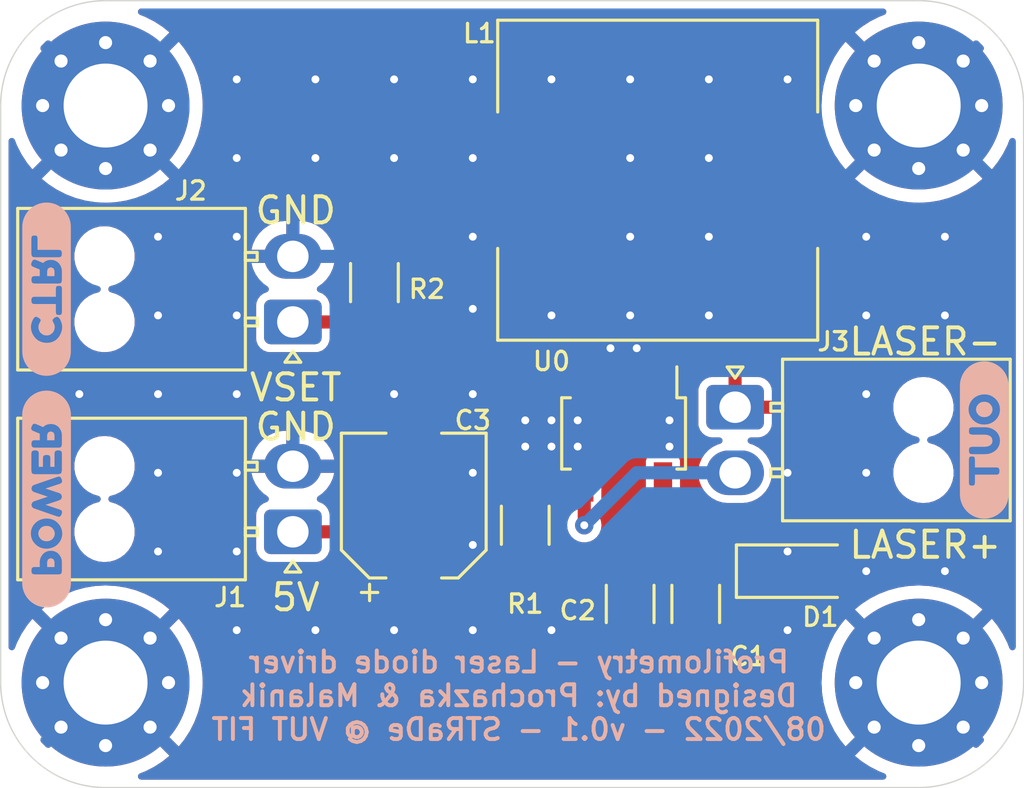
<source format=kicad_pcb>
(kicad_pcb (version 20211014) (generator pcbnew)
  (title_block (title "Laser Driver") (date "2022-08-29") (rev "1") (company "Adam Prochazka VUT FIT"))
  (layers (0 "F.Cu" signal) (31 "B.Cu" power) (34 "B.Paste" user) (35 "F.Paste" user) (36 "B.SilkS" user "B.Silkscreen") (37 "F.SilkS" user "F.Silkscreen") (38 "B.Mask" user) (39 "F.Mask" user) (44 "Edge.Cuts" user))
  (net 0 "")
  (net 1 "+5V")
  (net 2 "GND")
  (net 3 "/VSET")
  (net 4 "/ISENSE")
  (net 5 "Net-(D1-Pad2)")
  (net 6 "Net-(L1-Pad1)")
  (footprint "Capacitor_SMD:C_1206_3216Metric_Pad1.33x1.80mm_HandSolder" (layer "F.Cu") (at 149 93 -90)
    (fp_text reference "C2" (at 0.25 2 -180) (layer "F.SilkS") (effects (font (size 0.7 0.7) (thickness 0.125))))
    (fp_text value "100nF" hide)
    (fp_line (start -0.711252 0.91) (end 0.711252 0.91) (layer "F.SilkS") (width 0.12))
    (fp_line (start -0.711252 -0.91) (end 0.711252 -0.91) (layer "F.SilkS") (width 0.12))
    (pad "1" smd roundrect (at -1.5625 0 270) (size 1.325 1.8) (layers "F.Cu" "F.Paste" "F.Mask") (roundrect_rratio 0.188679) (net 1 "+5V"))
    (pad "2" smd roundrect (at 1.5625 0 270) (size 1.325 1.8) (layers "F.Cu" "F.Paste" "F.Mask") (roundrect_rratio 0.188679) (net 2 "GND"))
  )
  (footprint "Diode_SMD:D_SOD-123F" (layer "F.Cu") (at 155.25 91.75)
    (fp_text reference "D1" (at 1 1.75 180) (layer "F.SilkS") (effects (font (size 0.7 0.7) (thickness 0.125))))
    (fp_text value "D_Schottky" hide)
    (fp_line (start -2.2 -1) (end 1.65 -1) (layer "F.SilkS") (width 0.12))
    (fp_line (start -2.2 1) (end 1.65 1) (layer "F.SilkS") (width 0.12))
    (fp_line (start -2.2 -1) (end -2.2 1) (layer "F.SilkS") (width 0.12))
    (pad "1" smd rect (at -1.4 0) (size 1.1 1.1) (layers "F.Cu" "F.Paste" "F.Mask") (net 1 "+5V"))
    (pad "2" smd rect (at 1.4 0) (size 1.1 1.1) (layers "F.Cu" "F.Paste" "F.Mask") (net 5 "Net-(D1-Pad2)"))
  )
  (footprint "Capacitor_SMD:C_1206_3216Metric_Pad1.33x1.80mm_HandSolder" (layer "F.Cu") (at 151.5 93 -90)
    (fp_text reference "C1" (at 2 -2 180) (layer "F.SilkS") (effects (font (size 0.7 0.7) (thickness 0.125))))
    (fp_text value "10uF" hide)
    (fp_line (start -0.711252 0.91) (end 0.711252 0.91) (layer "F.SilkS") (width 0.12))
    (fp_line (start -0.711252 -0.91) (end 0.711252 -0.91) (layer "F.SilkS") (width 0.12))
    (pad "1" smd roundrect (at -1.5625 0 270) (size 1.325 1.8) (layers "F.Cu" "F.Paste" "F.Mask") (roundrect_rratio 0.188679) (net 1 "+5V"))
    (pad "2" smd roundrect (at 1.5625 0 270) (size 1.325 1.8) (layers "F.Cu" "F.Paste" "F.Mask") (roundrect_rratio 0.188679) (net 2 "GND"))
  )
  (footprint "Connector_Molex:Molex_Nano-Fit_105313-xx02_1x02_P2.50mm_Horizontal" (layer "F.Cu") (at 136.14 90.25 180)
    (fp_text reference "J1" (at 2.39 -2.5) (layer "F.SilkS") (effects (font (size 0.7 0.7) (thickness 0.125))))
    (fp_text value "POWER" hide)
    (fp_line (start 1.36 2.65) (end 1.81 2.65) (layer "F.SilkS") (width 0.12))
    (fp_line (start 1.36 2.35) (end 1.36 2.65) (layer "F.SilkS") (width 0.12))
    (fp_line (start 1.36 0.15) (end 1.81 0.15) (layer "F.SilkS") (width 0.12))
    (fp_line (start 1.81 2.35) (end 1.36 2.35) (layer "F.SilkS") (width 0.12))
    (fp_line (start 1.81 -0.15) (end 1.36 -0.15) (layer "F.SilkS") (width 0.12))
    (fp_line (start 1.81 4.33) (end 10.49 4.33) (layer "F.SilkS") (width 0.12))
    (fp_line (start 10.49 4.33) (end 10.49 -1.83) (layer "F.SilkS") (width 0.12))
    (fp_line (start 1.36 -0.15) (end 1.36 0.15) (layer "F.SilkS") (width 0.12))
    (fp_line (start 0.3 -1.534264) (end -0.3 -1.534264) (layer "F.SilkS") (width 0.12))
    (fp_line (start 1.81 2.65) (end 1.81 2.35) (layer "F.SilkS") (width 0.12))
    (fp_line (start 0 -1.11) (end 0.3 -1.534264) (layer "F.SilkS") (width 0.12))
    (fp_line (start 1.81 0.15) (end 1.81 -0.15) (layer "F.SilkS") (width 0.12))
    (fp_line (start -0.3 -1.534264) (end 0 -1.11) (layer "F.SilkS") (width 0.12))
    (fp_line (start 1.81 -1.83) (end 1.81 4.33) (layer "F.SilkS") (width 0.12))
    (fp_line (start 10.49 -1.83) (end 1.81 -1.83) (layer "F.SilkS") (width 0.12))
    (pad "" np_thru_hole circle (at 7.18 2.5 180) (size 1.7 1.7) (drill 1.7) (layers *.Cu *.Mask))
    (pad "" np_thru_hole circle (at 7.18 0 180) (size 1.7 1.7) (drill 1.7) (layers *.Cu *.Mask))
    (pad "1" thru_hole roundrect (at 0 0 180) (size 2.2 1.7) (drill 1.2) (layers *.Cu *.Mask) (roundrect_rratio 0.147059) (net 1 "+5V"))
    (pad "2" thru_hole oval (at 0 2.5 180) (size 2.2 1.7) (drill 1.2) (layers *.Cu *.Mask) (net 2 "GND"))
  )
  (footprint "MountingHole:MountingHole_3.2mm_M3_Pad_Via" (layer "F.Cu") (at 129 96)
    (fp_text reference "H2" hide)
    (fp_text value "M3" hide)
    (pad "1" thru_hole circle (at 0 2.4) (size 0.8 0.8) (drill 0.5) (layers *.Cu *.Mask) (net 2 "GND"))
    (pad "1" thru_hole circle (at -2.4 0) (size 0.8 0.8) (drill 0.5) (layers *.Cu *.Mask) (net 2 "GND"))
    (pad "1" thru_hole circle (at 0 0) (size 6.4 6.4) (drill 3.2) (layers *.Cu *.Mask) (net 2 "GND"))
    (pad "1" thru_hole circle (at -1.697056 1.697056) (size 0.8 0.8) (drill 0.5) (layers *.Cu *.Mask) (net 2 "GND"))
    (pad "1" thru_hole circle (at 1.697056 1.697056) (size 0.8 0.8) (drill 0.5) (layers *.Cu *.Mask) (net 2 "GND"))
    (pad "1" thru_hole circle (at -1.697056 -1.697056) (size 0.8 0.8) (drill 0.5) (layers *.Cu *.Mask) (net 2 "GND"))
    (pad "1" thru_hole circle (at 2.4 0) (size 0.8 0.8) (drill 0.5) (layers *.Cu *.Mask) (net 2 "GND"))
    (pad "1" thru_hole circle (at 1.697056 -1.697056) (size 0.8 0.8) (drill 0.5) (layers *.Cu *.Mask) (net 2 "GND"))
    (pad "1" thru_hole circle (at 0 -2.4) (size 0.8 0.8) (drill 0.5) (layers *.Cu *.Mask) (net 2 "GND"))
  )
  (footprint "Resistor_SMD:R_1206_3216Metric_Pad1.30x1.75mm_HandSolder" (layer "F.Cu") (at 145 90 90)
    (fp_text reference "R1" (at -3 0 180) (layer "F.SilkS") (effects (font (size 0.7 0.7) (thickness 0.125))))
    (fp_text value "1.4R" hide)
    (fp_line (start -0.727064 -0.91) (end 0.727064 -0.91) (layer "F.SilkS") (width 0.12))
    (fp_line (start -0.727064 0.91) (end 0.727064 0.91) (layer "F.SilkS") (width 0.12))
    (pad "1" smd roundrect (at -1.55 0 90) (size 1.3 1.75) (layers "F.Cu" "F.Paste" "F.Mask") (roundrect_rratio 0.192308) (net 1 "+5V"))
    (pad "2" smd roundrect (at 1.55 0 90) (size 1.3 1.75) (layers "F.Cu" "F.Paste" "F.Mask") (roundrect_rratio 0.192308) (net 4 "/ISENSE"))
  )
  (footprint "Custom:4800S" (layer "F.Cu") (at 143.95 70.745 180)
    (fp_text reference "L1" (at 0.7 -0.505 unlocked) (layer "F.SilkS") (effects (font (size 0.7 0.7) (thickness 0.125))))
    (fp_text value "33uH" hide)
    (fp_line (start -12.2 -12.2) (end 0 -12.2) (layer "F.SilkS") (width 0.12))
    (fp_line (start -12.2 0) (end -12.2 -3.5) (layer "F.SilkS") (width 0.12))
    (fp_line (start 0 -12.2) (end 0 -8.7) (layer "F.SilkS") (width 0.12))
    (fp_line (start 0 0) (end 0 -3.5) (layer "F.SilkS") (width 0.12))
    (fp_line (start -12.2 -12.2) (end -12.2 -8.7) (layer "F.SilkS") (width 0.12))
    (fp_line (start 0 0) (end -12.2 0) (layer "F.SilkS") (width 0.12))
    (pad "1" smd roundrect (at -1.15 -6.1 180) (size 2.9 5) (layers "F.Cu" "F.Paste" "F.Mask") (net 6 "Net-(L1-Pad1)"))
    (pad "2" smd roundrect (at -10.95 -6.1 180) (size 2.9 5) (layers "F.Cu" "F.Paste" "F.Mask") (net 5 "Net-(D1-Pad2)"))
  )
  (footprint "Package_TO_SOT_SMD:SOT-89-5" (layer "F.Cu") (at 148.75 86.5 -90)
    (fp_text reference "U0" (at -2.75 2.75 180) (layer "F.SilkS") (effects (font (size 0.7 0.7) (thickness 0.125))))
    (fp_text value "AL8861Y-13" hide)
    (fp_line (start -1.36 -2.36) (end 1.36 -2.36) (layer "F.SilkS") (width 0.12))
    (fp_line (start -1.36 -2.36) (end -1.36 -2.03) (layer "F.SilkS") (width 0.12))
    (fp_line (start -1.36 2.36) (end -1.36 2.03) (layer "F.SilkS") (width 0.12))
    (fp_line (start -2.54 -2.03) (end -1.36 -2.03) (layer "F.SilkS") (width 0.12))
    (fp_line (start 1.36 2.36) (end -1.36 2.36) (layer "F.SilkS") (width 0.12))
    (fp_line (start 1.36 2.03) (end 1.36 2.36) (layer "F.SilkS") (width 0.12))
    (fp_line (start 1.36 -2.36) (end 1.36 -2.03) (layer "F.SilkS") (width 0.12))
    (pad "1" smd rect (at -1.85 -1.5 270) (size 1.5 0.7) (layers "F.Cu" "F.Paste" "F.Mask") (net 6 "Net-(L1-Pad1)"))
    (pad "2" smd custom (at 0 0 270) (size 0.8 2) (layers "F.Cu" "F.Paste" "F.Mask") (net 2 "GND") (options (clearance outline) (anchor rect)) (primitives (gr_poly (pts (xy 0.9 -0.5) (xy 2.6 -0.5) (xy 2.6 0.5) (xy 0.9 0.5) (xy 0.4 1) (xy -0.4 1) (xy -0.9 0.5) (xy -2.6 0.5) (xy -2.6 -0.5) (xy -0.9 -0.5) (xy -0.4 -1) (xy 0.4 -1)) (width 0) (fill yes))))
    (pad "3" smd rect (at -1.85 1.5 270) (size 1.5 0.7) (layers "F.Cu" "F.Paste" "F.Mask") (net 3 "/VSET"))
    (pad "4" smd rect (at 1.85 1.5 270) (size 1.5 0.7) (layers "F.Cu" "F.Paste" "F.Mask") (net 4 "/ISENSE"))
    (pad "5" smd rect (at 1.85 -1.5 270) (size 1.5 0.7) (layers "F.Cu" "F.Paste" "F.Mask") (net 1 "+5V"))
  )
  (footprint "MountingHole:MountingHole_3.2mm_M3_Pad_Via" (layer "F.Cu") (at 160 96)
    (fp_text reference "H3" hide)
    (fp_text value "M3" hide)
    (pad "1" thru_hole circle (at -2.4 0) (size 0.8 0.8) (drill 0.5) (layers *.Cu *.Mask) (net 2 "GND"))
    (pad "1" thru_hole circle (at 0 0) (size 6.4 6.4) (drill 3.2) (layers *.Cu *.Mask) (net 2 "GND"))
    (pad "1" thru_hole circle (at -1.697056 -1.697056) (size 0.8 0.8) (drill 0.5) (layers *.Cu *.Mask) (net 2 "GND"))
    (pad "1" thru_hole circle (at 0 2.4) (size 0.8 0.8) (drill 0.5) (layers *.Cu *.Mask) (net 2 "GND"))
    (pad "1" thru_hole circle (at 2.4 0) (size 0.8 0.8) (drill 0.5) (layers *.Cu *.Mask) (net 2 "GND"))
    (pad "1" thru_hole circle (at -1.697056 1.697056) (size 0.8 0.8) (drill 0.5) (layers *.Cu *.Mask) (net 2 "GND"))
    (pad "1" thru_hole circle (at 1.697056 1.697056) (size 0.8 0.8) (drill 0.5) (layers *.Cu *.Mask) (net 2 "GND"))
    (pad "1" thru_hole circle (at 0 -2.4) (size 0.8 0.8) (drill 0.5) (layers *.Cu *.Mask) (net 2 "GND"))
    (pad "1" thru_hole circle (at 1.697056 -1.697056) (size 0.8 0.8) (drill 0.5) (layers *.Cu *.Mask) (net 2 "GND"))
  )
  (footprint "Connector_Molex:Molex_Nano-Fit_105313-xx02_1x02_P2.50mm_Horizontal" (layer "F.Cu") (at 153 85.5)
    (fp_text reference "J3" (at 3.75 -2.5) (layer "F.SilkS") (effects (font (size 0.7 0.7) (thickness 0.125))))
    (fp_text value "LASER" hide)
    (fp_line (start 1.81 4.33) (end 10.49 4.33) (layer "F.SilkS") (width 0.12))
    (fp_line (start 1.81 2.65) (end 1.81 2.35) (layer "F.SilkS") (width 0.12))
    (fp_line (start 1.36 -0.15) (end 1.36 0.15) (layer "F.SilkS") (width 0.12))
    (fp_line (start 1.81 -1.83) (end 1.81 4.33) (layer "F.SilkS") (width 0.12))
    (fp_line (start 1.81 2.35) (end 1.36 2.35) (layer "F.SilkS") (width 0.12))
    (fp_line (start 0 -1.11) (end 0.3 -1.534264) (layer "F.SilkS") (width 0.12))
    (fp_line (start 10.49 -1.83) (end 1.81 -1.83) (layer "F.SilkS") (width 0.12))
    (fp_line (start -0.3 -1.534264) (end 0 -1.11) (layer "F.SilkS") (width 0.12))
    (fp_line (start 1.81 -0.15) (end 1.36 -0.15) (layer "F.SilkS") (width 0.12))
    (fp_line (start 1.36 2.65) (end 1.81 2.65) (layer "F.SilkS") (width 0.12))
    (fp_line (start 1.81 0.15) (end 1.81 -0.15) (layer "F.SilkS") (width 0.12))
    (fp_line (start 0.3 -1.534264) (end -0.3 -1.534264) (layer "F.SilkS") (width 0.12))
    (fp_line (start 1.36 0.15) (end 1.81 0.15) (layer "F.SilkS") (width 0.12))
    (fp_line (start 1.36 2.35) (end 1.36 2.65) (layer "F.SilkS") (width 0.12))
    (fp_line (start 10.49 4.33) (end 10.49 -1.83) (layer "F.SilkS") (width 0.12))
    (pad "" np_thru_hole circle (at 7.18 0) (size 1.7 1.7) (drill 1.7) (layers *.Cu *.Mask))
    (pad "" np_thru_hole circle (at 7.18 2.5) (size 1.7 1.7) (drill 1.7) (layers *.Cu *.Mask))
    (pad "1" thru_hole roundrect (at 0 0) (size 2.2 1.7) (drill 1.2) (layers *.Cu *.Mask) (roundrect_rratio 0.147059) (net 5 "Net-(D1-Pad2)"))
    (pad "2" thru_hole oval (at 0 2.5) (size 2.2 1.7) (drill 1.2) (layers *.Cu *.Mask) (net 4 "/ISENSE"))
  )
  (footprint "Capacitor_SMD:CP_Elec_5x5.3" (layer "F.Cu") (at 140.75 89.25 90)
    (fp_text reference "C3" (at 3.25 2.25) (layer "F.SilkS") (effects (font (size 0.7 0.7) (thickness 0.125))))
    (fp_text value "100uF" hide)
    (fp_line (start -2.76 1.695563) (end -1.695563 2.76) (layer "F.SilkS") (width 0.12))
    (fp_line (start -1.695563 -2.76) (end 2.76 -2.76) (layer "F.SilkS") (width 0.12))
    (fp_line (start -2.76 -1.695563) (end -1.695563 -2.76) (layer "F.SilkS") (width 0.12))
    (fp_line (start -3.3125 -1.9975) (end -3.3125 -1.3725) (layer "F.SilkS") (width 0.12))
    (fp_line (start 2.76 -2.76) (end 2.76 -1.06) (layer "F.SilkS") (width 0.12))
    (fp_line (start -2.76 1.695563) (end -2.76 1.06) (layer "F.SilkS") (width 0.12))
    (fp_line (start 2.76 2.76) (end 2.76 1.06) (layer "F.SilkS") (width 0.12))
    (fp_line (start -3.625 -1.685) (end -3 -1.685) (layer "F.SilkS") (width 0.12))
    (fp_line (start -2.76 -1.695563) (end -2.76 -1.06) (layer "F.SilkS") (width 0.12))
    (fp_line (start -1.695563 2.76) (end 2.76 2.76) (layer "F.SilkS") (width 0.12))
    (pad "1" smd roundrect (at -2.2 0 90) (size 3 1.6) (layers "F.Cu" "F.Paste" "F.Mask") (roundrect_rratio 0.15625) (net 1 "+5V"))
    (pad "2" smd roundrect (at 2.2 0 90) (size 3 1.6) (layers "F.Cu" "F.Paste" "F.Mask") (roundrect_rratio 0.15625) (net 2 "GND"))
  )
  (footprint "Resistor_SMD:R_1206_3216Metric_Pad1.30x1.75mm_HandSolder" (layer "F.Cu") (at 139.25 80.75 90)
    (fp_text reference "R2" (at -0.25 2) (layer "F.SilkS") (effects (font (size 0.7 0.7) (thickness 0.125))))
    (fp_text value "10K" hide)
    (fp_line (start -0.727064 0.91) (end 0.727064 0.91) (layer "F.SilkS") (width 0.12))
    (fp_line (start -0.727064 -0.91) (end 0.727064 -0.91) (layer "F.SilkS") (width 0.12))
    (pad "1" smd roundrect (at -1.55 0 90) (size 1.3 1.75) (layers "F.Cu" "F.Paste" "F.Mask") (roundrect_rratio 0.192308) (net 3 "/VSET"))
    (pad "2" smd roundrect (at 1.55 0 90) (size 1.3 1.75) (layers "F.Cu" "F.Paste" "F.Mask") (roundrect_rratio 0.192308) (net 2 "GND"))
  )
  (footprint "MountingHole:MountingHole_3.2mm_M3_Pad_Via" (layer "F.Cu") (at 160 74)
    (fp_text reference "H4" hide)
    (fp_text value "M3" hide)
    (pad "1" thru_hole circle (at -2.4 0) (size 0.8 0.8) (drill 0.5) (layers *.Cu *.Mask) (net 2 "GND"))
    (pad "1" thru_hole circle (at 1.697056 1.697056) (size 0.8 0.8) (drill 0.5) (layers *.Cu *.Mask) (net 2 "GND"))
    (pad "1" thru_hole circle (at -1.697056 1.697056) (size 0.8 0.8) (drill 0.5) (layers *.Cu *.Mask) (net 2 "GND"))
    (pad "1" thru_hole circle (at 2.4 0) (size 0.8 0.8) (drill 0.5) (layers *.Cu *.Mask) (net 2 "GND"))
    (pad "1" thru_hole circle (at 0 0) (size 6.4 6.4) (drill 3.2) (layers *.Cu *.Mask) (net 2 "GND"))
    (pad "1" thru_hole circle (at 0 2.4) (size 0.8 0.8) (drill 0.5) (layers *.Cu *.Mask) (net 2 "GND"))
    (pad "1" thru_hole circle (at 1.697056 -1.697056) (size 0.8 0.8) (drill 0.5) (layers *.Cu *.Mask) (net 2 "GND"))
    (pad "1" thru_hole circle (at -1.697056 -1.697056) (size 0.8 0.8) (drill 0.5) (layers *.Cu *.Mask) (net 2 "GND"))
    (pad "1" thru_hole circle (at 0 -2.4) (size 0.8 0.8) (drill 0.5) (layers *.Cu *.Mask) (net 2 "GND"))
  )
  (footprint "MountingHole:MountingHole_3.2mm_M3_Pad_Via" (layer "F.Cu") (at 129 74)
    (fp_text reference "H1" hide)
    (fp_text value "M3" hide)
    (pad "1" thru_hole circle (at -2.4 0) (size 0.8 0.8) (drill 0.5) (layers *.Cu *.Mask) (net 2 "GND"))
    (pad "1" thru_hole circle (at -1.697056 1.697056) (size 0.8 0.8) (drill 0.5) (layers *.Cu *.Mask) (net 2 "GND"))
    (pad "1" thru_hole circle (at 0 2.4) (size 0.8 0.8) (drill 0.5) (layers *.Cu *.Mask) (net 2 "GND"))
    (pad "1" thru_hole circle (at 0 -2.4) (size 0.8 0.8) (drill 0.5) (layers *.Cu *.Mask) (net 2 "GND"))
    (pad "1" thru_hole circle (at -1.697056 -1.697056) (size 0.8 0.8) (drill 0.5) (layers *.Cu *.Mask) (net 2 "GND"))
    (pad "1" thru_hole circle (at 0 0) (size 6.4 6.4) (drill 3.2) (layers *.Cu *.Mask) (net 2 "GND"))
    (pad "1" thru_hole circle (at 1.697056 -1.697056) (size 0.8 0.8) (drill 0.5) (layers *.Cu *.Mask) (net 2 "GND"))
    (pad "1" thru_hole circle (at 2.4 0) (size 0.8 0.8) (drill 0.5) (layers *.Cu *.Mask) (net 2 "GND"))
    (pad "1" thru_hole circle (at 1.697056 1.697056) (size 0.8 0.8) (drill 0.5) (layers *.Cu *.Mask) (net 2 "GND"))
  )
  (footprint "Connector_Molex:Molex_Nano-Fit_105313-xx02_1x02_P2.50mm_Horizontal" (layer "F.Cu") (at 136.14 82.25 180)
    (fp_text reference "J2" (at 3.89 5) (layer "F.SilkS") (effects (font (size 0.7 0.7) (thickness 0.125))))
    (fp_text value "VSET" hide)
    (fp_line (start 1.81 2.65) (end 1.81 2.35) (layer "F.SilkS") (width 0.12))
    (fp_line (start 1.81 2.35) (end 1.36 2.35) (layer "F.SilkS") (width 0.12))
    (fp_line (start -0.3 -1.534264) (end 0 -1.11) (layer "F.SilkS") (width 0.12))
    (fp_line (start 1.36 2.65) (end 1.81 2.65) (layer "F.SilkS") (width 0.12))
    (fp_line (start 1.36 2.35) (end 1.36 2.65) (layer "F.SilkS") (width 0.12))
    (fp_line (start 1.36 -0.15) (end 1.36 0.15) (layer "F.SilkS") (width 0.12))
    (fp_line (start 0.3 -1.534264) (end -0.3 -1.534264) (layer "F.SilkS") (width 0.12))
    (fp_line (start 1.36 0.15) (end 1.81 0.15) (layer "F.SilkS") (width 0.12))
    (fp_line (start 1.81 -0.15) (end 1.36 -0.15) (layer "F.SilkS") (width 0.12))
    (fp_line (start 0 -1.11) (end 0.3 -1.534264) (layer "F.SilkS") (width 0.12))
    (fp_line (start 1.81 -1.83) (end 1.81 4.33) (layer "F.SilkS") (width 0.12))
    (fp_line (start 10.49 4.33) (end 10.49 -1.83) (layer "F.SilkS") (width 0.12))
    (fp_line (start 1.81 0.15) (end 1.81 -0.15) (layer "F.SilkS") (width 0.12))
    (fp_line (start 1.81 4.33) (end 10.49 4.33) (layer "F.SilkS") (width 0.12))
    (fp_line (start 10.49 -1.83) (end 1.81 -1.83) (layer "F.SilkS") (width 0.12))
    (pad "" np_thru_hole circle (at 7.18 2.5 180) (size 1.7 1.7) (drill 1.7) (layers *.Cu *.Mask))
    (pad "" np_thru_hole circle (at 7.18 0 180) (size 1.7 1.7) (drill 1.7) (layers *.Cu *.Mask))
    (pad "1" thru_hole roundrect (at 0 0 180) (size 2.2 1.7) (drill 1.2) (layers *.Cu *.Mask) (roundrect_rratio 0.147059) (net 3 "/VSET"))
    (pad "2" thru_hole oval (at 0 2.5 180) (size 2.2 1.7) (drill 1.2) (layers *.Cu *.Mask) (net 2 "GND"))
  )
  (footprint "kibuzzard-630C9A4C" (layer "B.Cu") (at 162.5 86.75 -90)
    (fp_text reference "kibuzzard-630C9A4C" hide)
    (fp_text value "G***" hide)
    (fp_poly (pts (xy -1.7399 0.929217) (xy -2.070629 0.929217) (xy -2.161708 0.924742) (xy -2.25191 0.911362) (xy -2.340367 0.889205) (xy -2.426225 0.858484) (xy -2.508659 0.819496) (xy -2.586874 0.772615) (xy -2.660118 0.718294) (xy -2.727685 0.657055) (xy -2.788923 0.589489) (xy -2.843245 0.516245) (xy -2.890125 0.43803) (xy -2.929113 0.355596) (xy -2.959834 0.269737) (xy -2.981991 0.181281) (xy -2.995371 0.091079) (xy -2.999846 0) (xy -2.995371 -0.091079) (xy -2.981991 -0.181281) (xy -2.959834 -0.269737) (xy -2.929113 -0.355596) (xy -2.890125 -0.43803) (xy -2.843245 -0.516245) (xy -2.788923 -0.589489) (xy -2.727685 -0.657055) (xy -2.660118 -0.718294) (xy -2.586874 -0.772615) (xy -2.508659 -0.819496) (xy -2.426225 -0.858484) (xy -2.340367 -0.889205) (xy -2.25191 -0.911362) (xy -2.161708 -0.924742) (xy -2.070629 -0.929217) (xy -1.7399 -0.929217) (xy -1.160463 -0.929217) (xy -1.160463 -0.598488) (xy -1.276598 -0.587573) (xy -1.383705 -0.554831) (xy -1.481782 -0.500261) (xy -1.570831 -0.423863) (xy -1.644799 -0.332383) (xy -1.697633 -0.232569) (xy -1.729333 -0.12442) (xy -1.7399 -0.007937) (xy -1.727994 0.119658) (xy -1.692275 0.238919) (xy -1.636713 0.344686) (xy -1.565275 0.4318) (xy -1.479947 0.501253) (xy -1.382713 0.554038) (xy -1.277938 0.587375) (xy -1.169988 0.598488) (xy -1.056382 0.587871) (xy -0.950516 0.556022) (xy -0.852388 0.50294) (xy -0.762 0.428625) (xy -0.686296 0.338584) (xy -0.632222 0.238323) (xy -0.599777 0.127843) (xy -0.588963 0.007144) (xy -0.599281 -0.114002) (xy -0.630238 -0.225822) (xy -0.681831 -0.328315) (xy -0.754063 -0.421481) (xy -0.841375 -0.498921) (xy -0.938213 -0.554236) (xy -1.044575 -0.587425) (xy -1.160463 -0.598488) (xy -1.160463 -0.929217) (xy 0.024606 -0.929217) (xy 0.024606 -0.598488) (xy -0.091281 -0.585788) (xy -0.196056 -0.547688) (xy -0.285948 -0.48895) (xy -0.357188 -0.414338) (xy -0.413445 -0.327422) (xy -0.453628 -0.23495) (xy -0.477738 -0.136922) (xy -0.485775 -0.033337) (xy -0.485775 0.4445) (xy -0.483394 0.500856) (xy -0.468313 0.542925) (xy -0.42545 0.576263) (xy -0.344488 0.585788) (xy -0.263525 0.576263) (xy -0.22225 0.542925) (xy -0.2032 0.442913) (xy -0.2032 -0.033337) (xy -0.191294 -0.127794) (xy -0.155575 -0.217487) (xy -0.084138 -0.288925) (xy 0.028575 -0.315912) (xy 0.129778 -0.294481) (xy 0.201612 -0.230187) (xy 0.244475 -0.137716) (xy 0.258762 -0.03175) (xy 0.258762 0.454025) (xy 0.274637 0.541337) (xy 0.320675 0.576263) (xy 0.396081 0.585788) (xy 0.468312 0.57785) (xy 0.509587 0.5588) (xy 0.530225 0.525463) (xy 0.53975 0.442913) (xy 0.53975 -0.036512) (xy 0.531614 -0.138906) (xy 0.507206 -0.236538) (xy 0.466527 -0.329406) (xy 0.409575 -0.417512) (xy 0.336947 -0.490736) (xy 0.246062 -0.548481) (xy 0.140692 -0.585986) (xy 0.024606 -0.598488) (xy 0.024606 -0.929217) (xy 1.182687 -0.929217) (xy 1.182687 -0.579437) (xy 1.104106 -0.569913) (xy 1.062831 -0.537369) (xy 1.048544 -0.496094) (xy 1.046162 -0.441325) (xy 1.046162 0.3556) (xy 0.741362 0.3556) (xy 0.66675 0.367506) (xy 0.635 0.404813) (xy 0.627062 0.471488) (xy 0.635 0.537369) (xy 0.661987 0.5715) (xy 0.74295 0.585788) (xy 1.6256 0.585788) (xy 1.700212 0.573881) (xy 1.731962 0.536575) (xy 1.7399 0.4699) (xy 1.731962 0.404019) (xy 1.704975 0.369888) (xy 1.624012 0.3556) (xy 1.3208 0.3556) (xy 1.3208 -0.442913) (xy 1.318419 -0.496887) (xy 1.304131 -0.537369) (xy 1.262062 -0.569913) (xy 1.182687 -0.579437) (xy 1.182687 -0.929217) (xy 1.7399 -0.929217) (xy 2.070629 -0.929217) (xy 2.161708 -0.924742) (xy 2.25191 -0.911362) (xy 2.340367 -0.889205) (xy 2.426225 -0.858484) (xy 2.508659 -0.819496) (xy 2.586874 -0.772615) (xy 2.660118 -0.718294) (xy 2.727685 -0.657055) (xy 2.788923 -0.589489) (xy 2.843245 -0.516245) (xy 2.890125 -0.43803) (xy 2.929113 -0.355596) (xy 2.959834 -0.269737) (xy 2.981991 -0.181281) (xy 2.995371 -0.091079) (xy 2.999846 0) (xy 2.995371 0.091079) (xy 2.981991 0.181281) (xy 2.959834 0.269737) (xy 2.929113 0.355596) (xy 2.890125 0.43803) (xy 2.843245 0.516245) (xy 2.788923 0.589489) (xy 2.727685 0.657055) (xy 2.660118 0.718294) (xy 2.586874 0.772615) (xy 2.508659 0.819496) (xy 2.426225 0.858484) (xy 2.340367 0.889205) (xy 2.25191 0.911362) (xy 2.161708 0.924742) (xy 2.070629 0.929217) (xy 1.7399 0.929217) (xy -1.7399 0.929217)) (layer "B.SilkS") (width 0) (fill solid))
    (fp_poly (pts (xy -1.458913 0) (xy -1.44877 -0.088283) (xy -1.418343 -0.164747) (xy -1.367631 -0.229394) (xy -1.270992 -0.295473) (xy -1.163638 -0.3175) (xy -1.056481 -0.296069) (xy -0.960438 -0.231775) (xy -0.910167 -0.168099) (xy -0.880004 -0.091369) (xy -0.86995 -0.001587) (xy -0.880092 0.088371) (xy -0.910519 0.165629) (xy -0.961231 0.230188) (xy -1.05787 0.295672) (xy -1.165225 0.3175) (xy -1.272381 0.295473) (xy -1.368425 0.229394) (xy -1.418696 0.164747) (xy -1.448858 0.088283) (xy -1.458913 0)) (layer "B.SilkS") (width 0) (fill solid))
  )
  (footprint "kibuzzard-630C99F1" (layer "B.Cu") (at 126.75 89 90)
    (fp_text reference "kibuzzard-630C99F1" hide)
    (fp_text value "G***" hide)
    (fp_poly (pts (xy -1.6129 0) (xy -1.602758 -0.088283) (xy -1.572331 -0.164747) (xy -1.521619 -0.229394) (xy -1.42498 -0.295473) (xy -1.317625 -0.3175) (xy -1.210469 -0.296069) (xy -1.114425 -0.231775) (xy -1.064154 -0.168099) (xy -1.033992 -0.091369) (xy -1.023938 -0.001587) (xy -1.03408 0.088371) (xy -1.064507 0.165629) (xy -1.115219 0.230188) (xy -1.211858 0.295672) (xy -1.319213 0.3175) (xy -1.426369 0.295473) (xy -1.522413 0.229394) (xy -1.572683 0.164747) (xy -1.602846 0.088283) (xy -1.6129 0)) (layer "B.SilkS") (width 0) (fill solid))
    (fp_poly (pts (xy -2.39395 0.303213) (xy -2.592388 0.303213) (xy -2.592388 0.022225) (xy -2.392363 0.022225) (xy -2.2987 0.05715) (xy -2.252663 0.161925) (xy -2.2987 0.267494) (xy -2.39395 0.303213)) (layer "B.SilkS") (width 0) (fill solid))
    (fp_poly (pts (xy 2.239962 0.022225) (xy 2.443162 0.022225) (xy 2.535237 0.05715) (xy 2.581275 0.161925) (xy 2.535237 0.267494) (xy 2.439987 0.303213) (xy 2.239962 0.303213) (xy 2.239962 0.022225)) (layer "B.SilkS") (width 0) (fill solid))
    (fp_poly (pts (xy -2.873375 0.929217) (xy -3.204104 0.929217) (xy -3.295183 0.924742) (xy -3.385385 0.911362) (xy -3.473842 0.889205) (xy -3.5597 0.858484) (xy -3.642134 0.819496) (xy -3.720349 0.772615) (xy -3.793593 0.718294) (xy -3.86116 0.657055) (xy -3.922398 0.589489) (xy -3.97672 0.516245) (xy -4.0236 0.43803) (xy -4.062588 0.355596) (xy -4.093309 0.269737) (xy -4.115466 0.181281) (xy -4.128846 0.091079) (xy -4.133321 0) (xy -4.128846 -0.091079) (xy -4.115466 -0.181281) (xy -4.093309 -0.269737) (xy -4.062588 -0.355596) (xy -4.0236 -0.43803) (xy -3.97672 -0.516245) (xy -3.922398 -0.589489) (xy -3.86116 -0.657055) (xy -3.793593 -0.718294) (xy -3.720349 -0.772615) (xy -3.642134 -0.819496) (xy -3.5597 -0.858484) (xy -3.473842 -0.889205) (xy -3.385385 -0.911362) (xy -3.295183 -0.924742) (xy -3.204104 -0.929217) (xy -2.873375 -0.929217) (xy -2.733675 -0.929217) (xy -2.733675 -0.57785) (xy -2.821781 -0.563166) (xy -2.86385 -0.519113) (xy -2.873375 -0.436562) (xy -2.873375 0.4445) (xy -2.870994 0.499269) (xy -2.855913 0.541337) (xy -2.813844 0.573484) (xy -2.732088 0.5842) (xy -2.392363 0.5842) (xy -2.300111 0.572911) (xy -2.209624 0.539044) (xy -2.1209 0.4826) (xy -2.061766 0.424656) (xy -2.014538 0.34925) (xy -1.983581 0.26035) (xy -1.973263 0.161925) (xy -1.983581 0.063698) (xy -2.014538 -0.024606) (xy -2.061766 -0.099417) (xy -2.1209 -0.157162) (xy -2.2098 -0.213607) (xy -2.300817 -0.247474) (xy -2.39395 -0.258763) (xy -2.592388 -0.258763) (xy -2.592388 -0.43815) (xy -2.594769 -0.492919) (xy -2.60985 -0.534988) (xy -2.651919 -0.567134) (xy -2.733675 -0.57785) (xy -2.733675 -0.929217) (xy -1.31445 -0.929217) (xy -1.31445 -0.598488) (xy -1.430586 -0.587573) (xy -1.537692 -0.554831) (xy -1.63577 -0.500261) (xy -1.724819 -0.423863) (xy -1.798786 -0.332383) (xy -1.85162 -0.232569) (xy -1.883321 -0.12442) (xy -1.893888 -0.007937) (xy -1.881981 0.119658) (xy -1.846263 0.238919) (xy -1.7907 0.344686) (xy -1.719263 0.4318) (xy -1.633934 0.501253) (xy -1.5367 0.554038) (xy -1.431925 0.587375) (xy -1.323975 0.598488) (xy -1.21037 0.587871) (xy -1.104503 0.556022) (xy -1.006376 0.50294) (xy -0.915988 0.428625) (xy -0.840284 0.338584) (xy -0.786209 0.238323) (xy -0.753765 0.127843) (xy -0.74295 0.007144) (xy -0.753269 -0.114002) (xy -0.784225 -0.225822) (xy -0.835819 -0.328315) (xy -0.90805 -0.421481) (xy -0.995363 -0.498921) (xy -1.0922 -0.554236) (xy -1.198563 -0.587425) (xy -1.31445 -0.598488) (xy -1.31445 -0.929217) (xy 0.400844 -0.929217) (xy 0.400844 -0.57785) (xy 0.319881 -0.551656) (xy 0.274637 -0.500063) (xy 0.0889 0.047625) (xy 0.025336 -0.140208) (xy -0.024384 -0.287147) (xy -0.060262 -0.393192) (xy -0.082296 -0.458343) (xy -0.090488 -0.4826) (xy -0.104775 -0.509588) (xy -0.130175 -0.541337) (xy -0.217488 -0.57785) (xy -0.300831 -0.554038) (xy -0.344488 -0.506413) (xy -0.3556 -0.4826) (xy -0.661988 0.398463) (xy -0.67945 0.47625) (xy -0.652859 0.533003) (xy -0.573088 0.576263) (xy -0.489744 0.592138) (xy -0.432594 0.566738) (xy -0.396875 0.48895) (xy -0.22225 -0.041275) (xy -0.049213 0.481013) (xy -0.017859 0.537369) (xy 0.03175 0.573088) (xy 0.097631 0.5842) (xy 0.173037 0.558006) (xy 0.217487 0.506413) (xy 0.40005 -0.04445) (xy 0.574675 0.48895) (xy 0.595312 0.542925) (xy 0.624681 0.577056) (xy 0.677862 0.593725) (xy 0.752475 0.57785) (xy 0.832247 0.5334) (xy 0.858837 0.47625) (xy 0.839787 0.398463) (xy 0.534987 -0.4826) (xy 0.523875 -0.509588) (xy 0.481806 -0.551656) (xy 0.400844 -0.57785) (xy 0.400844 -0.929217) (xy 1.7145 -0.929217) (xy 1.7145 -0.579437) (xy 1.08585 -0.579437) (xy 0.997744 -0.564356) (xy 0.955675 -0.519113) (xy 0.94615 -0.43815) (xy 0.94615 0.4445) (xy 0.976312 0.554831) (xy 1.090612 0.5842) (xy 1.716087 0.5842) (xy 1.770856 0.581819) (xy 1.812925 0.566738) (xy 1.845072 0.524669) (xy 1.855787 0.442913) (xy 1.841103 0.354806) (xy 1.79705 0.312738) (xy 1.7145 0.303213) (xy 1.227137 0.303213) (xy 1.227137 0.142875) (xy 1.541462 0.142875) (xy 1.596231 0.140494) (xy 1.6383 0.125413) (xy 1.670447 0.083344) (xy 1.681162 0.001588) (xy 1.666081 -0.086519) (xy 1.620837 -0.128588) (xy 1.538287 -0.138112) (xy 1.227137 -0.138112) (xy 1.227137 -0.29845) (xy 1.716087 -0.29845) (xy 1.770856 -0.300831) (xy 1.812925 -0.315912) (xy 1.845072 -0.357981) (xy 1.855787 -0.439737) (xy 1.841103 -0.527844) (xy 1.79705 -0.569913) (xy 1.7145 -0.579437) (xy 1.7145 -0.929217) (xy 2.693194 -0.929217) (xy 2.693194 -0.588962) (xy 2.642394 -0.573881) (xy 2.613025 -0.542925) (xy 2.592211 -0.497593) (xy 2.550936 -0.401814) (xy 2.4892 -0.255587) (xy 2.439987 -0.258763) (xy 2.239962 -0.258763) (xy 2.239962 -0.43815) (xy 2.237581 -0.492919) (xy 2.2225 -0.534988) (xy 2.180431 -0.567134) (xy 2.098675 -0.57785) (xy 2.010569 -0.563166) (xy 1.9685 -0.519113) (xy 1.958975 -0.436562) (xy 1.958975 0.4445) (xy 1.961356 0.499269) (xy 1.976437 0.541337) (xy 2.018506 0.573484) (xy 2.100262 0.5842) (xy 2.443162 0.5842) (xy 2.535414 0.572911) (xy 2.625901 0.539044) (xy 2.714625 0.4826) (xy 2.772569 0.424656) (xy 2.8194 0.34925) (xy 2.850356 0.26035) (xy 2.860675 0.161925) (xy 2.847446 0.049389) (xy 2.807758 -0.049036) (xy 2.741612 -0.13335) (xy 2.769129 -0.198437) (xy 2.805112 -0.281517) (xy 2.849562 -0.382588) (xy 2.873375 -0.465137) (xy 2.848769 -0.5207) (xy 2.77495 -0.566738) (xy 2.693194 -0.588962) (xy 2.693194 -0.929217) (xy 2.873375 -0.929217) (xy 3.204104 -0.929217) (xy 3.295183 -0.924742) (xy 3.385385 -0.911362) (xy 3.473842 -0.889205) (xy 3.5597 -0.858484) (xy 3.642134 -0.819496) (xy 3.720349 -0.772615) (xy 3.793593 -0.718294) (xy 3.86116 -0.657055) (xy 3.922398 -0.589489) (xy 3.97672 -0.516245) (xy 4.0236 -0.43803) (xy 4.062588 -0.355596) (xy 4.093309 -0.269737) (xy 4.115466 -0.181281) (xy 4.128846 -0.091079) (xy 4.133321 0) (xy 4.128846 0.091079) (xy 4.115466 0.181281) (xy 4.093309 0.269737) (xy 4.062588 0.355596) (xy 4.0236 0.43803) (xy 3.97672 0.516245) (xy 3.922398 0.589489) (xy 3.86116 0.657055) (xy 3.793593 0.718294) (xy 3.720349 0.772615) (xy 3.642134 0.819496) (xy 3.5597 0.858484) (xy 3.473842 0.889205) (xy 3.385385 0.911362) (xy 3.295183 0.924742) (xy 3.204104 0.929217) (xy 2.873375 0.929217) (xy -2.873375 0.929217)) (layer "B.SilkS") (width 0) (fill solid))
  )
  (footprint "kibuzzard-630C9A2E" (layer "B.Cu") (at 126.75 81 90)
    (fp_text reference "kibuzzard-630C9A2E" hide)
    (fp_text value "G***" hide)
    (fp_poly (pts (xy 0.496888 0.022225) (xy 0.700088 0.022225) (xy 0.792163 0.05715) (xy 0.8382 0.161925) (xy 0.792163 0.267494) (xy 0.696913 0.303213) (xy 0.496888 0.303213) (xy 0.496888 0.022225)) (layer "B.SilkS") (width 0) (fill solid))
    (fp_poly (pts (xy -2.046287 0.926042) (xy -2.377017 0.926042) (xy -2.467785 0.921583) (xy -2.557678 0.908248) (xy -2.645832 0.886167) (xy -2.731397 0.855551) (xy -2.81355 0.816696) (xy -2.891498 0.769976) (xy -2.964491 0.71584) (xy -3.031827 0.65481) (xy -3.092857 0.587475) (xy -3.146992 0.514481) (xy -3.193712 0.436533) (xy -3.232568 0.354381) (xy -3.263183 0.268816) (xy -3.285265 0.180662) (xy -3.298599 0.090768) (xy -3.303058 0) (xy -3.298599 -0.090768) (xy -3.285265 -0.180662) (xy -3.263183 -0.268816) (xy -3.232568 -0.354381) (xy -3.193712 -0.436533) (xy -3.146992 -0.514481) (xy -3.092857 -0.587475) (xy -3.031827 -0.65481) (xy -2.964491 -0.71584) (xy -2.891498 -0.769976) (xy -2.81355 -0.816696) (xy -2.731397 -0.855551) (xy -2.645832 -0.886167) (xy -2.557678 -0.908248) (xy -2.467785 -0.921583) (xy -2.377017 -0.926042) (xy -2.046287 -0.926042) (xy -1.439069 -0.926042) (xy -1.439069 -0.595312) (xy -1.514872 -0.590352) (xy -1.591469 -0.575469) (xy -1.669653 -0.548878) (xy -1.750219 -0.508794) (xy -1.827808 -0.456803) (xy -1.897062 -0.394494) (xy -1.956395 -0.3175) (xy -2.004219 -0.221456) (xy -2.03577 -0.111323) (xy -2.046287 0.007938) (xy -2.035969 0.126008) (xy -2.005012 0.232569) (xy -1.957983 0.324644) (xy -1.899444 0.399256) (xy -1.830586 0.45978) (xy -1.7526 0.509588) (xy -1.648707 0.557213) (xy -1.544461 0.585788) (xy -1.439862 0.595313) (xy -1.364655 0.589558) (xy -1.288256 0.572294) (xy -1.171575 0.525463) (xy -1.133475 0.503238) (xy -1.089025 0.474663) (xy -1.04775 0.399256) (xy -1.081087 0.31115) (xy -1.139825 0.246856) (xy -1.192212 0.225425) (xy -1.273175 0.26035) (xy -1.350962 0.300831) (xy -1.450975 0.314325) (xy -1.553369 0.296466) (xy -1.654175 0.242888) (xy -1.73355 0.144463) (xy -1.757362 0.076795) (xy -1.7653 0.000794) (xy -1.757362 -0.075208) (xy -1.73355 -0.142875) (xy -1.652587 -0.242887) (xy -1.553766 -0.295275) (xy -1.450975 -0.312738) (xy -1.358106 -0.300037) (xy -1.2954 -0.274638) (xy -1.266825 -0.254) (xy -1.190625 -0.22225) (xy -1.139428 -0.244475) (xy -1.084262 -0.31115) (xy -1.049337 -0.40005) (xy -1.070769 -0.455613) (xy -1.120775 -0.4953) (xy -1.175544 -0.528638) (xy -1.2827 -0.569913) (xy -1.362273 -0.588962) (xy -1.439069 -0.595312) (xy -1.439069 -0.926042) (xy -0.428625 -0.926042) (xy -0.428625 -0.579437) (xy -0.507206 -0.569913) (xy -0.548481 -0.537369) (xy -0.562769 -0.496094) (xy -0.56515 -0.441325) (xy -0.56515 0.3556) (xy -0.86995 0.3556) (xy -0.944562 0.367506) (xy -0.976312 0.404813) (xy -0.98425 0.471488) (xy -0.976312 0.537369) (xy -0.949325 0.5715) (xy -0.868362 0.585788) (xy 0.014288 0.585788) (xy 0.0889 0.573881) (xy 0.12065 0.536575) (xy 0.128588 0.4699) (xy 0.12065 0.404019) (xy 0.093663 0.369888) (xy 0.0127 0.3556) (xy -0.290512 0.3556) (xy -0.290512 -0.442913) (xy -0.292894 -0.496887) (xy -0.307181 -0.537369) (xy -0.34925 -0.569913) (xy -0.428625 -0.579437) (xy -0.428625 -0.926042) (xy 0.950119 -0.926042) (xy 0.950119 -0.588962) (xy 0.899319 -0.573881) (xy 0.86995 -0.542925) (xy 0.849136 -0.497593) (xy 0.807861 -0.401814) (xy 0.746125 -0.255587) (xy 0.696913 -0.258763) (xy 0.496888 -0.258763) (xy 0.496888 -0.43815) (xy 0.494506 -0.492919) (xy 0.479425 -0.534988) (xy 0.437356 -0.567134) (xy 0.3556 -0.57785) (xy 0.267494 -0.563166) (xy 0.225425 -0.519113) (xy 0.2159 -0.436562) (xy 0.2159 0.4445) (xy 0.218281 0.499269) (xy 0.233363 0.541337) (xy 0.275431 0.573484) (xy 0.357188 0.5842) (xy 0.700088 0.5842) (xy 0.792339 0.572911) (xy 0.882826 0.539044) (xy 0.97155 0.4826) (xy 1.029494 0.424656) (xy 1.076325 0.34925) (xy 1.107281 0.26035) (xy 1.1176 0.161925) (xy 1.104371 0.049389) (xy 1.064683 -0.049036) (xy 0.998538 -0.13335) (xy 1.026054 -0.198437) (xy 1.062038 -0.281517) (xy 1.106488 -0.382588) (xy 1.1303 -0.465137) (xy 1.105694 -0.5207) (xy 1.031875 -0.566738) (xy 0.950119 -0.588962) (xy 0.950119 -0.926042) (xy 1.928813 -0.926042) (xy 1.928813 -0.579437) (xy 1.357313 -0.579437) (xy 1.269206 -0.564356) (xy 1.227138 -0.519113) (xy 1.217613 -0.43815) (xy 1.217613 0.4445) (xy 1.219994 0.499269) (xy 1.235075 0.541337) (xy 1.277144 0.573484) (xy 1.3589 0.5842) (xy 1.447403 0.569516) (xy 1.490663 0.525463) (xy 1.4986 0.442913) (xy 1.4986 -0.344488) (xy 1.9304 -0.344488) (xy 2.0066 -0.356394) (xy 2.03835 -0.3937) (xy 2.046288 -0.461169) (xy 2.03835 -0.528638) (xy 2.011363 -0.563563) (xy 1.928813 -0.579437) (xy 1.928813 -0.926042) (xy 2.046288 -0.926042) (xy 2.377017 -0.926042) (xy 2.467785 -0.921583) (xy 2.557678 -0.908248) (xy 2.645832 -0.886167) (xy 2.731397 -0.855551) (xy 2.81355 -0.816696) (xy 2.891498 -0.769975) (xy 2.964491 -0.71584) (xy 3.031827 -0.65481) (xy 3.092857 -0.587475) (xy 3.146992 -0.514481) (xy 3.193712 -0.436533) (xy 3.232568 -0.354381) (xy 3.263183 -0.268816) (xy 3.285265 -0.180662) (xy 3.298599 -0.090768) (xy 3.303058 0) (xy 3.298599 0.090768) (xy 3.285265 0.180662) (xy 3.263183 0.268816) (xy 3.232568 0.354381) (xy 3.193712 0.436533) (xy 3.146992 0.514481) (xy 3.092857 0.587475) (xy 3.031827 0.65481) (xy 2.964491 0.71584) (xy 2.891498 0.769975) (xy 2.81355 0.816696) (xy 2.731397 0.855551) (xy 2.645832 0.886167) (xy 2.557678 0.908248) (xy 2.467785 0.921583) (xy 2.377017 0.926042) (xy 2.046288 0.926042) (xy -2.046287 0.926042)) (layer "B.SilkS") (width 0) (fill solid))
  )
  (gr_line (start 125 74) (end 125 96) (layer "Edge.Cuts") (width 0.05))
  (gr_arc (start 164 96) (mid 162.828427 98.828427) (end 160 100) (layer "Edge.Cuts") (width 0.05))
  (gr_line (start 160 70) (end 129 70) (layer "Edge.Cuts") (width 0.05))
  (gr_arc (start 125 74) (mid 126.171573 71.171573) (end 129 70) (layer "Edge.Cuts") (width 0.05))
  (gr_arc (start 160 70) (mid 162.828427 71.171573) (end 164 74) (layer "Edge.Cuts") (width 0.05))
  (gr_line (start 164 96) (end 164 74) (layer "Edge.Cuts") (width 0.05))
  (gr_line (start 129 100) (end 160 100) (layer "Edge.Cuts") (width 0.05))
  (gr_arc (start 129 100) (mid 126.171573 98.828427) (end 125 96) (layer "Edge.Cuts") (width 0.05))
  (gr_text "Profilometry - Laser diode driver\nDesigned by: Prochazka & Malanik\n08/2022 - v0.1 - STRaDe @ VUT FIT" (at 144.75 96.5) (layer "B.SilkS") (effects (font (size 0.8 0.8)) (justify mirror)))
  (gr_text "5V" (at 136.25 92.75) (layer "F.SilkS") (effects (font (size 1 1))))
  (gr_text "GND" (at 136.25 86.25) (layer "F.SilkS") (effects (font (size 1 1))))
  (gr_text "VSET" (at 136.25 84.75) (layer "F.SilkS") (effects (font (size 1 1))))
  (gr_text "LASER+" (at 160.25 90.75) (layer "F.SilkS") (effects (font (size 1 1))))
  (gr_text "GND" (at 136.25 78) (layer "F.SilkS") (effects (font (size 1 1))))
  (gr_text "LASER-" (at 160.25 83) (layer "F.SilkS") (effects (font (size 1 1))))
  (segment (start 150 90) (end 150.25 89.75) (width 0.5) (layer "F.Cu") (net 1))
  (segment (start 137.75 90.25) (end 139 91.5) (width 0.5) (layer "F.Cu") (net 1))
  (segment (start 150.25 89.75) (end 150.25 88.35) (width 0.5) (layer "F.Cu") (net 1))
  (segment (start 149 90.25) (end 149.25 90) (width 0.5) (layer "F.Cu") (net 1))
  (segment (start 140.75 91.45) (end 141.05 91.75) (width 0.5) (layer "F.Cu") (net 1))
  (segment (start 139 91.5) (end 140.7 91.5) (width 0.5) (layer "F.Cu") (net 1))
  (segment (start 136.14 90.25) (end 137.75 90.25) (width 0.5) (layer "F.Cu") (net 1))
  (segment (start 141.05 91.75) (end 150.5 91.75) (width 0.5) (layer "F.Cu") (net 1))
  (segment (start 140.7 91.5) (end 140.75 91.45) (width 0.5) (layer "F.Cu") (net 1))
  (segment (start 149.25 90) (end 150 90) (width 0.5) (layer "F.Cu") (net 1))
  (segment (start 149 91.4375) (end 149 90.25) (width 0.5) (layer "F.Cu") (net 1))
  (segment (start 150.5 91.75) (end 153.85 91.75) (width 0.5) (layer "F.Cu") (net 1))
  (via (at 143 73) (size 0.7) (drill 0.3) (layers "F.Cu" "B.Cu") (net 2))
  (via (at 146 86) (size 0.7) (drill 0.3) (layers "F.Cu" "B.Cu") (net 2))
  (via (at 134 79) (size 0.7) (drill 0.3) (layers "F.Cu" "B.Cu") (net 2))
  (via (at 140 73) (size 0.7) (drill 0.3) (layers "F.Cu" "B.Cu") (net 2))
  (via (at 128 85) (size 0.7) (drill 0.3) (layers "F.Cu" "B.Cu") (net 2))
  (via (at 145 87) (size 0.7) (drill 0.3) (layers "F.Cu" "B.Cu") (net 2))
  (via (at 150.5 86) (size 0.7) (drill 0.3) (layers "F.Cu" "B.Cu") (net 2))
  (via (at 149 82) (size 0.7) (drill 0.3) (layers "F.Cu" "B.Cu") (net 2))
  (via (at 158 82) (size 0.7) (drill 0.3) (layers "F.Cu" "B.Cu") (net 2))
  (via (at 131 88) (size 0.7) (drill 0.3) (layers "F.Cu" "B.Cu") (net 2))
  (via (at 155 91) (size 0.7) (drill 0.3) (layers "F.Cu" "B.Cu") (net 2))
  (via (at 134 91) (size 0.7) (drill 0.3) (layers "F.Cu" "B.Cu") (net 2))
  (via (at 161 82) (size 0.7) (drill 0.3) (layers "F.Cu" "B.Cu") (net 2))
  (via (at 149 73) (size 0.7) (drill 0.3) (layers "F.Cu" "B.Cu") (net 2))
  (via (at 134 82) (size 0.7) (drill 0.3) (layers "F.Cu" "B.Cu") (net 2))
  (via (at 149 76) (size 0.7) (drill 0.3) (layers "F.Cu" "B.Cu") (net 2))
  (via (at 140 85) (size 0.7) (drill 0.3) (layers "F.Cu" "B.Cu") (net 2))
  (via (at 155 94) (size 0.7) (drill 0.3) (layers "F.Cu" "B.Cu") (net 2))
  (via (at 134 85) (size 0.7) (drill 0.3) (layers "F.Cu" "B.Cu") (net 2))
  (via (at 155 88) (size 0.7) (drill 0.3) (layers "F.Cu" "B.Cu") (net 2))
  (via (at 146 94) (size 0.7) (drill 0.3) (layers "F.Cu" "B.Cu") (net 2))
  (via (at 140 76) (size 0.7) (drill 0.3) (layers "F.Cu" "B.Cu") (net 2))
  (via (at 147 87) (size 0.7) (drill 0.3) (layers "F.Cu" "B.Cu") (net 2))
  (via (at 131 91) (size 0.7) (drill 0.3) (layers "F.Cu" "B.Cu") (net 2))
  (via (at 131 79) (size 0.7) (drill 0.3) (layers "F.Cu" "B.Cu") (net 2))
  (via (at 146 73) (size 0.7) (drill 0.3) (layers "F.Cu" "B.Cu") (net 2))
  (via (at 158 91.75) (size 0.7) (drill 0.3) (layers "F.Cu" "B.Cu") (net 2))
  (via (at 152 73) (size 0.7) (drill 0.3) (layers "F.Cu" "B.Cu") (net 2))
  (via (at 150.5 87) (size 0.7) (drill 0.3) (layers "F.Cu" "B.Cu") (net 2))
  (via (at 131 85) (size 0.7) (drill 0.3) (layers "F.Cu" "B.Cu") (net 2))
  (via (at 137 94) (size 0.7) (drill 0.3) (layers "F.Cu" "B.Cu") (net 2))
  (via (at 161 91.75) (size 0.7) (drill 0.3) (layers "F.Cu" "B.Cu") (net 2))
  (via (at 152 76) (size 0.7) (drill 0.3) (layers "F.Cu" "B.Cu") (net 2))
  (via (at 143 81.75) (size 0.7) (drill 0.3) (layers "F.Cu" "B.Cu") (net 2))
  (via (at 149.25 83.25) (size 0.7) (drill 0.3) (layers "F.Cu" "B.Cu") (net 2))
  (via (at 134 76) (size 0.7) (drill 0.3) (layers "F.Cu" "B.Cu") (net 2))
  (via (at 143 85) (size 0.7) (drill 0.3) (layers "F.Cu" "B.Cu") (net 2))
  (via (at 145 86) (size 0.7) (drill 0.3) (layers "F.Cu" "B.Cu") (net 2))
  (via (at 158 79) (size 0.7) (drill 0.3) (layers "F.Cu" "B.Cu") (net 2))
  (via (at 137 73) (size 0.7) (drill 0.3) (layers "F.Cu" "B.Cu") (net 2))
  (via (at 143 94) (size 0.7) (drill 0.3) (layers "F.Cu" "B.Cu") (net 2))
  (via (at 161 79) (size 0.7) (drill 0.3) (layers "F.Cu" "B.Cu") (net 2))
  (via (at 140 94) (size 0.7) (drill 0.3) (layers "F.Cu" "B.Cu") (net 2))
  (via (at 152 82) (size 0.7) (drill 0.3) (layers "F.Cu" "B.Cu") (net 2))
  (via (at 152 79) (size 0.7) (drill 0.3) (layers "F.Cu" "B.Cu") (net 2))
  (via (at 134 94) (size 0.7) (drill 0.3) (layers "F.Cu" "B.Cu") (net 2))
  (via (at 158 88) (size 0.7) (drill 0.3) (layers "F.Cu" "B.Cu") (net 2))
  (via (at 143 79) (size 0.7) (drill 0.3) (layers "F.Cu" "B.Cu") (net 2))
  (via (at 148.25 83.25) (size 0.7) (drill 0.3) (layers "F.Cu" "B.Cu") (net 2))
  (via (at 146 87) (size 0.7) (drill 0.3) (layers "F.Cu" "B.Cu") (net 2))
  (via (at 137 76) (size 0.7) (drill 0.3) (layers "F.Cu" "B.Cu") (net 2))
  (via (at 134 73) (size 0.7) (drill 0.3) (layers "F.Cu" "B.Cu") (net 2))
  (via (at 143 76) (size 0.7) (drill 0.3) (layers "F.Cu" "B.Cu") (net 2))
  (via (at 149 79) (size 0.7) (drill 0.3) (layers "F.Cu" "B.Cu") (net 2))
  (via (at 143 90.75) (size 0.7) (drill 0.3) (layers "F.Cu" "B.Cu") (net 2))
  (via (at 155 73) (size 0.7) (drill 0.3) (layers "F.Cu" "B.Cu") (net 2))
  (via (at 143 88) (size 0.7) (drill 0.3) (layers "F.Cu" "B.Cu") (net 2))
  (via (at 146 82) (size 0.7) (drill 0.3) (layers "F.Cu" "B.Cu") (net 2))
  (via (at 158 85) (size 0.7) (drill 0.3) (layers "F.Cu" "B.Cu") (net 2))
  (via (at 147 86) (size 0.7) (drill 0.3) (layers "F.Cu" "B.Cu") (net 2))
  (via (at 131 82) (size 0.7) (drill 0.3) (layers "F.Cu" "B.Cu") (net 2))
  (via (at 134 88) (size 0.7) (drill 0.3) (layers "F.Cu" "B.Cu") (net 2))
  (segment (start 144.65 84.65) (end 147.25 84.65) (width 0.5) (layer "F.Cu") (net 3))
  (segment (start 139.25 82.55) (end 139.3 82.5) (width 0.5) (layer "F.Cu") (net 3))
  (segment (start 142.25 82.25) (end 144.65 84.65) (width 0.5) (layer "F.Cu") (net 3))
  (segment (start 139.2 82.25) (end 139.25 82.3) (width 0.5) (layer "F.Cu") (net 3))
  (segment (start 139.2 82.5) (end 139.25 82.55) (width 0.5) (layer "F.Cu") (net 3))
  (segment (start 139.25 82.3) (end 139.3 82.25) (width 0.5) (layer "F.Cu") (net 3))
  (segment (start 136.14 82.25) (end 139.2 82.25) (width 0.5) (layer "F.Cu") (net 3))
  (segment (start 139.3 82.25) (end 142.25 82.25) (width 0.5) (layer "F.Cu") (net 3))
  (segment (start 147.25 90) (end 147.25 88.35) (width 0.5) (layer "F.Cu") (net 4))
  (segment (start 145.1 88.35) (end 145 88.45) (width 0.5) (layer "F.Cu") (net 4))
  (segment (start 147.25 88.35) (end 145.1 88.35) (width 0.5) (layer "F.Cu") (net 4))
  (via (at 147.25 90) (size 0.7) (drill 0.3) (layers "F.Cu" "B.Cu") (net 4))
  (segment (start 149.25 88) (end 147.25 90) (width 0.5) (layer "B.Cu") (net 4))
  (segment (start 153 88) (end 149.25 88) (width 0.5) (layer "B.Cu") (net 4))
  (segment (start 155 81.5) (end 155 76.945) (width 0.5) (layer "F.Cu") (net 5))
  (segment (start 155 76.945) (end 154.9 76.845) (width 0.5) (layer "F.Cu") (net 5))
  (segment (start 153 85.5) (end 153 83.5) (width 0.5) (layer "F.Cu") (net 5))
  (segment (start 155 85.5) (end 156.65 87.15) (width 0.5) (layer "F.Cu") (net 5))
  (segment (start 156.65 87.15) (end 156.65 91.75) (width 0.5) (layer "F.Cu") (net 5))
  (segment (start 153 83.5) (end 155 81.5) (width 0.5) (layer "F.Cu") (net 5))
  (segment (start 153 85.5) (end 155 85.5) (width 0.5) (layer "F.Cu") (net 5))
  (segment (start 150.25 78.75) (end 150.25 84.65) (width 0.5) (layer "F.Cu") (net 6))
  (segment (start 145.195 76.75) (end 148.25 76.75) (width 0.5) (layer "F.Cu") (net 6))
  (segment (start 148.25 76.75) (end 150.25 78.75) (width 0.5) (layer "F.Cu") (net 6))
  (zone (net 2) (net_name "GND") (layers F&B.Cu) (connect_pads (clearance 0.3)) (min_thickness 0.25) (fill yes (thermal_gap 0.5) (thermal_bridge_width 0.5))
    (polygon (pts (xy 164 100) (xy 125 100) (xy 125 70) (xy 164 70)))
  )
)
</source>
